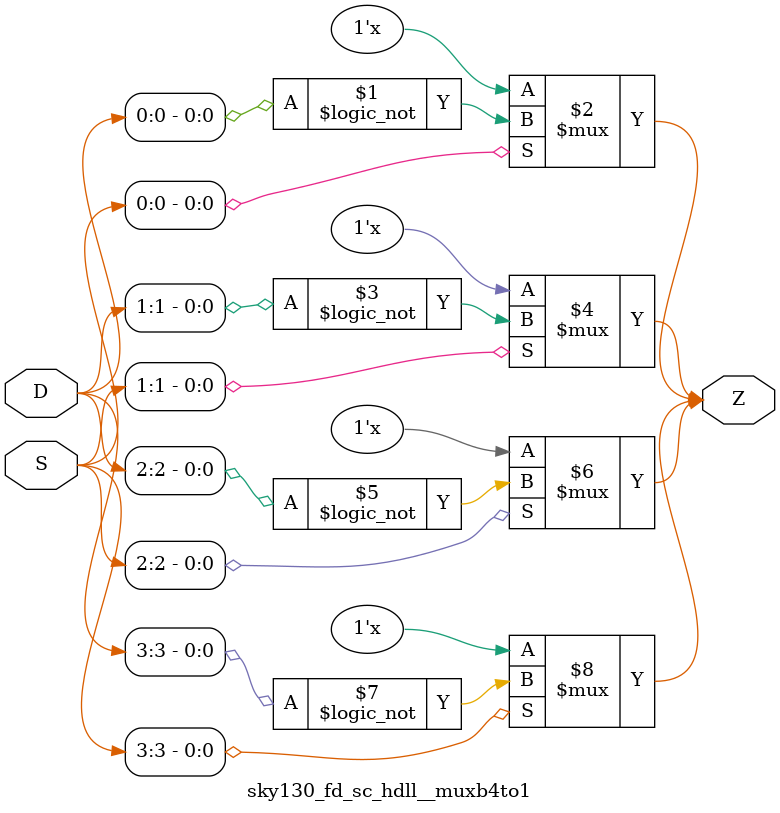
<source format=v>
/*
 * Copyright 2020 The SkyWater PDK Authors
 *
 * Licensed under the Apache License, Version 2.0 (the "License");
 * you may not use this file except in compliance with the License.
 * You may obtain a copy of the License at
 *
 *     https://www.apache.org/licenses/LICENSE-2.0
 *
 * Unless required by applicable law or agreed to in writing, software
 * distributed under the License is distributed on an "AS IS" BASIS,
 * WITHOUT WARRANTIES OR CONDITIONS OF ANY KIND, either express or implied.
 * See the License for the specific language governing permissions and
 * limitations under the License.
 *
 * SPDX-License-Identifier: Apache-2.0
*/


`ifndef SKY130_FD_SC_HDLL__MUXB4TO1_FUNCTIONAL_V
`define SKY130_FD_SC_HDLL__MUXB4TO1_FUNCTIONAL_V

/**
 * muxb4to1: Buffered 4-input multiplexer.
 *
 * Verilog simulation functional model.
 */

`timescale 1ns / 1ps
`default_nettype none

`celldefine
module sky130_fd_sc_hdll__muxb4to1 (
    Z,
    D,
    S
);

    // Module ports
    output       Z;
    input  [3:0] D;
    input  [3:0] S;

    //     Name     Output  Other arguments
    bufif1 bufif10 (Z     , !D[0], S[0]    );
    bufif1 bufif11 (Z     , !D[1], S[1]    );
    bufif1 bufif12 (Z     , !D[2], S[2]    );
    bufif1 bufif13 (Z     , !D[3], S[3]    );

endmodule
`endcelldefine

`default_nettype wire
`endif  // SKY130_FD_SC_HDLL__MUXB4TO1_FUNCTIONAL_V
</source>
